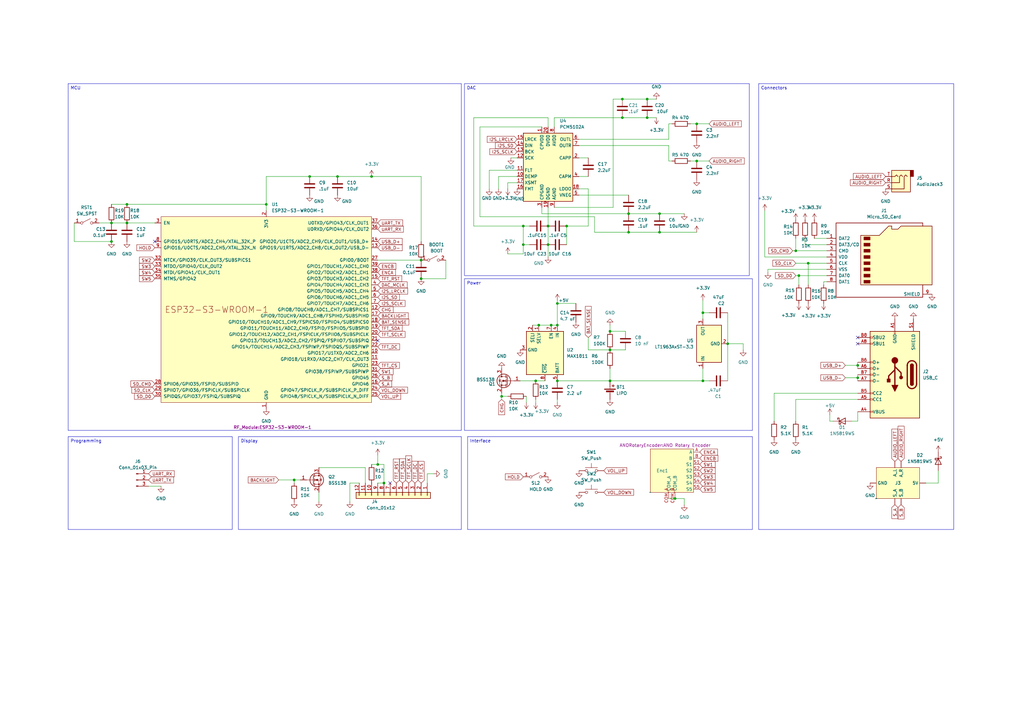
<source format=kicad_sch>
(kicad_sch (version 20231120) (generator "eeschema") (generator_version "8.0")
  (paper "A3")
  (junction (at 351.79 149.86))
  (junction (at 228.6 124.46))
  (junction (at 250.19 143.51))
  (junction (at 228.6 156.21))
  (junction (at 138.43 72.39))
  (junction (at 120.65 196.85))
  (junction (at 45.72 99.06))
  (junction (at 214.63 100.33))
  (junction (at 326.39 102.87))
  (junction (at 265.43 48.26))
  (junction (at 228.6 133.35))
  (junction (at 285.75 66.04))
  (junction (at 270.51 95.25))
  (junction (at 219.71 156.21))
  (junction (at 152.4 72.39))
  (junction (at 232.41 92.71))
  (junction (at 224.79 100.33))
  (junction (at 270.51 87.63))
  (junction (at 257.81 95.25))
  (junction (at 52.07 83.82))
  (junction (at 172.72 114.3))
  (junction (at 205.74 162.56))
  (junction (at 255.27 40.64))
  (junction (at 127 72.39))
  (junction (at 298.45 140.97))
  (junction (at 220.98 133.35))
  (junction (at 288.29 156.21))
  (junction (at 265.43 40.64))
  (junction (at 257.81 87.63))
  (junction (at 154.94 190.5))
  (junction (at 224.79 92.71))
  (junction (at 157.48 198.12))
  (junction (at 327.66 113.03))
  (junction (at 250.19 135.89))
  (junction (at 331.47 107.95))
  (junction (at 172.72 106.68))
  (junction (at 288.29 128.27))
  (junction (at 276.86 204.47))
  (junction (at 226.06 133.35))
  (junction (at 285.75 50.8))
  (junction (at 45.72 91.44))
  (junction (at 52.07 91.44))
  (junction (at 250.19 156.21))
  (junction (at 214.63 92.71))
  (junction (at 351.79 154.94))
  (junction (at 255.27 48.26))
  (junction (at 109.22 83.82))
  (no_connect (at 154.94 139.7))
  (no_connect (at 160.02 198.12))
  (no_connect (at 351.79 140.97))
  (no_connect (at 351.79 138.43))
  (no_connect (at 63.5 99.06))
  (wire (pts (xy 270.51 95.25) (xy 285.75 95.25)))
  (wire (pts (xy 212.09 74.93) (xy 208.28 74.93)))
  (wire (pts (xy 285.75 50.8) (xy 290.83 50.8)))
  (wire (pts (xy 222.25 87.63) (xy 257.81 87.63)))
  (wire (pts (xy 265.43 40.64) (xy 269.24 40.64)))
  (wire (pts (xy 138.43 72.39) (xy 152.4 72.39)))
  (wire (pts (xy 224.79 85.09) (xy 224.79 92.71)))
  (wire (pts (xy 317.5 161.29) (xy 351.79 161.29)))
  (wire (pts (xy 331.47 107.95) (xy 339.09 107.95)))
  (wire (pts (xy 60.96 199.39) (xy 66.04 199.39)))
  (wire (pts (xy 346.71 154.94) (xy 351.79 154.94)))
  (wire (pts (xy 30.48 99.06) (xy 45.72 99.06)))
  (wire (pts (xy 214.63 92.71) (xy 217.17 92.71)))
  (wire (pts (xy 143.51 205.74) (xy 143.51 198.12)))
  (wire (pts (xy 228.6 123.19) (xy 228.6 124.46)))
  (wire (pts (xy 298.45 140.97) (xy 298.45 128.27)))
  (wire (pts (xy 326.39 163.83) (xy 351.79 163.83)))
  (wire (pts (xy 326.39 102.87) (xy 339.09 102.87)))
  (wire (pts (xy 283.21 50.8) (xy 285.75 50.8)))
  (wire (pts (xy 283.21 66.04) (xy 285.75 66.04)))
  (wire (pts (xy 114.3 196.85) (xy 120.65 196.85)))
  (wire (pts (xy 154.94 190.5) (xy 157.48 190.5)))
  (wire (pts (xy 154.94 186.69) (xy 154.94 190.5)))
  (wire (pts (xy 339.09 105.41) (xy 313.69 105.41)))
  (wire (pts (xy 205.74 163.83) (xy 205.74 162.56)))
  (wire (pts (xy 351.79 168.91) (xy 351.79 172.72)))
  (wire (pts (xy 218.44 133.35) (xy 220.98 133.35)))
  (wire (pts (xy 288.29 128.27) (xy 288.29 130.81)))
  (wire (pts (xy 250.19 151.13) (xy 250.19 156.21)))
  (wire (pts (xy 149.86 191.77) (xy 149.86 198.12)))
  (wire (pts (xy 214.63 100.33) (xy 214.63 92.71)))
  (wire (pts (xy 219.71 156.21) (xy 213.36 156.21)))
  (wire (pts (xy 224.79 92.71) (xy 224.79 100.33)))
  (wire (pts (xy 154.94 190.5) (xy 152.4 190.5)))
  (wire (pts (xy 194.31 48.26) (xy 224.79 48.26)))
  (wire (pts (xy 228.6 124.46) (xy 236.22 124.46)))
  (wire (pts (xy 250.19 156.21) (xy 288.29 156.21)))
  (wire (pts (xy 208.28 74.93) (xy 208.28 77.47)))
  (wire (pts (xy 326.39 113.03) (xy 327.66 113.03)))
  (wire (pts (xy 243.84 95.25) (xy 257.81 95.25)))
  (wire (pts (xy 52.07 91.44) (xy 63.5 91.44)))
  (wire (pts (xy 351.79 172.72) (xy 349.25 172.72)))
  (wire (pts (xy 222.25 85.09) (xy 222.25 87.63)))
  (wire (pts (xy 214.63 100.33) (xy 214.63 104.14)))
  (wire (pts (xy 331.47 107.95) (xy 331.47 116.84)))
  (wire (pts (xy 120.65 198.12) (xy 120.65 196.85)))
  (wire (pts (xy 288.29 156.21) (xy 288.29 151.13)))
  (wire (pts (xy 314.96 110.49) (xy 314.96 111.76)))
  (wire (pts (xy 251.46 40.64) (xy 255.27 40.64)))
  (wire (pts (xy 228.6 124.46) (xy 228.6 133.35)))
  (wire (pts (xy 327.66 113.03) (xy 339.09 113.03)))
  (wire (pts (xy 204.47 77.47) (xy 204.47 72.39)))
  (wire (pts (xy 384.81 198.12) (xy 384.81 193.04)))
  (wire (pts (xy 274.32 204.47) (xy 276.86 204.47)))
  (wire (pts (xy 330.2 100.33) (xy 330.2 97.79)))
  (wire (pts (xy 154.94 106.68) (xy 172.72 106.68)))
  (wire (pts (xy 346.71 149.86) (xy 351.79 149.86)))
  (wire (pts (xy 288.29 123.19) (xy 288.29 128.27)))
  (wire (pts (xy 250.19 135.89) (xy 256.54 135.89)))
  (wire (pts (xy 215.9 162.56) (xy 215.9 165.1)))
  (wire (pts (xy 217.17 100.33) (xy 214.63 100.33)))
  (wire (pts (xy 237.49 64.77) (xy 241.3 64.77)))
  (wire (pts (xy 339.09 110.49) (xy 314.96 110.49)))
  (wire (pts (xy 339.09 115.57) (xy 337.82 115.57)))
  (wire (pts (xy 237.49 59.69) (xy 274.32 59.69)))
  (wire (pts (xy 237.49 80.01) (xy 257.81 80.01)))
  (wire (pts (xy 175.26 198.12) (xy 175.26 194.31)))
  (wire (pts (xy 325.12 102.87) (xy 326.39 102.87)))
  (wire (pts (xy 228.6 156.21) (xy 250.19 156.21)))
  (wire (pts (xy 326.39 97.79) (xy 326.39 102.87)))
  (wire (pts (xy 52.07 83.82) (xy 109.22 83.82)))
  (wire (pts (xy 227.33 48.26) (xy 255.27 48.26)))
  (wire (pts (xy 298.45 140.97) (xy 304.8 140.97)))
  (wire (pts (xy 143.51 198.12) (xy 147.32 198.12)))
  (wire (pts (xy 109.22 72.39) (xy 127 72.39)))
  (wire (pts (xy 340.36 172.72) (xy 341.63 172.72)))
  (wire (pts (xy 208.28 104.14) (xy 214.63 104.14)))
  (wire (pts (xy 280.67 204.47) (xy 280.67 207.01)))
  (wire (pts (xy 317.5 172.72) (xy 317.5 161.29)))
  (wire (pts (xy 274.32 57.15) (xy 274.32 50.8)))
  (wire (pts (xy 274.32 50.8) (xy 275.59 50.8)))
  (wire (pts (xy 337.82 115.57) (xy 337.82 116.84)))
  (wire (pts (xy 30.48 91.44) (xy 30.48 99.06)))
  (wire (pts (xy 257.81 87.63) (xy 270.51 87.63)))
  (wire (pts (xy 326.39 107.95) (xy 331.47 107.95)))
  (wire (pts (xy 172.72 72.39) (xy 152.4 72.39)))
  (wire (pts (xy 226.06 133.35) (xy 228.6 133.35)))
  (wire (pts (xy 379.73 198.12) (xy 384.81 198.12)))
  (wire (pts (xy 290.83 66.04) (xy 285.75 66.04)))
  (wire (pts (xy 326.39 172.72) (xy 326.39 163.83)))
  (wire (pts (xy 241.3 138.43) (xy 241.3 143.51)))
  (wire (pts (xy 194.31 92.71) (xy 194.31 48.26)))
  (wire (pts (xy 40.64 91.44) (xy 45.72 91.44)))
  (wire (pts (xy 219.71 163.83) (xy 219.71 165.1)))
  (wire (pts (xy 288.29 128.27) (xy 290.83 128.27)))
  (wire (pts (xy 250.19 143.51) (xy 256.54 143.51)))
  (wire (pts (xy 304.8 140.97) (xy 304.8 143.51)))
  (wire (pts (xy 351.79 148.59) (xy 351.79 149.86)))
  (wire (pts (xy 204.47 72.39) (xy 212.09 72.39)))
  (wire (pts (xy 255.27 40.64) (xy 265.43 40.64)))
  (wire (pts (xy 205.74 162.56) (xy 205.74 161.29)))
  (wire (pts (xy 200.66 69.85) (xy 212.09 69.85)))
  (wire (pts (xy 222.25 52.07) (xy 196.85 52.07)))
  (wire (pts (xy 250.19 133.35) (xy 250.19 135.89)))
  (wire (pts (xy 175.26 194.31) (xy 177.8 194.31)))
  (wire (pts (xy 241.3 92.71) (xy 232.41 92.71)))
  (wire (pts (xy 109.22 83.82) (xy 109.22 72.39)))
  (wire (pts (xy 237.49 77.47) (xy 241.3 77.47)))
  (wire (pts (xy 220.98 133.35) (xy 226.06 133.35)))
  (wire (pts (xy 157.48 198.12) (xy 157.48 190.5)))
  (wire (pts (xy 351.79 149.86) (xy 351.79 151.13)))
  (wire (pts (xy 209.55 64.77) (xy 212.09 64.77)))
  (wire (pts (xy 196.85 88.9) (xy 243.84 88.9)))
  (wire (pts (xy 196.85 52.07) (xy 196.85 88.9)))
  (wire (pts (xy 200.66 77.47) (xy 200.66 69.85)))
  (wire (pts (xy 351.79 154.94) (xy 351.79 156.21)))
  (wire (pts (xy 274.32 59.69) (xy 274.32 66.04)))
  (wire (pts (xy 237.49 72.39) (xy 241.3 72.39)))
  (wire (pts (xy 351.79 153.67) (xy 351.79 154.94)))
  (wire (pts (xy 340.36 172.72) (xy 340.36 170.18)))
  (wire (pts (xy 172.72 99.06) (xy 172.72 72.39)))
  (wire (pts (xy 154.94 198.12) (xy 157.48 198.12)))
  (wire (pts (xy 255.27 48.26) (xy 265.43 48.26)))
  (wire (pts (xy 130.81 201.93) (xy 130.81 205.74)))
  (wire (pts (xy 227.33 52.07) (xy 227.33 48.26)))
  (wire (pts (xy 241.3 77.47) (xy 241.3 92.71)))
  (wire (pts (xy 120.65 196.85) (xy 123.19 196.85)))
  (wire (pts (xy 172.72 114.3) (xy 182.88 114.3)))
  (wire (pts (xy 109.22 86.36) (xy 109.22 83.82)))
  (wire (pts (xy 232.41 92.71) (xy 232.41 100.33)))
  (wire (pts (xy 127 72.39) (xy 138.43 72.39)))
  (wire (pts (xy 270.51 87.63) (xy 280.67 87.63)))
  (wire (pts (xy 251.46 85.09) (xy 251.46 40.64)))
  (wire (pts (xy 298.45 140.97) (xy 298.45 156.21)))
  (wire (pts (xy 276.86 204.47) (xy 280.67 204.47)))
  (wire (pts (xy 130.81 191.77) (xy 149.86 191.77)))
  (wire (pts (xy 257.81 95.25) (xy 270.51 95.25)))
  (wire (pts (xy 313.69 105.41) (xy 313.69 86.36)))
  (wire (pts (xy 327.66 113.03) (xy 327.66 116.84)))
  (wire (pts (xy 237.49 57.15) (xy 274.32 57.15)))
  (wire (pts (xy 182.88 114.3) (xy 182.88 106.68)))
  (wire (pts (xy 274.32 66.04) (xy 275.59 66.04)))
  (wire (pts (xy 339.09 100.33) (xy 330.2 100.33)))
  (wire (pts (xy 227.33 85.09) (xy 251.46 85.09)))
  (wire (pts (xy 228.6 165.1) (xy 228.6 163.83)))
  (wire (pts (xy 223.52 156.21) (xy 219.71 156.21)))
  (wire (pts (xy 45.72 91.44) (xy 52.07 91.44)))
  (wire (pts (xy 288.29 156.21) (xy 290.83 156.21)))
  (wire (pts (xy 224.79 100.33) (xy 224.79 105.41)))
  (wire (pts (xy 194.31 92.71) (xy 214.63 92.71)))
  (wire (pts (xy 45.72 83.82) (xy 52.07 83.82)))
  (wire (pts (xy 224.79 48.26) (xy 224.79 52.07)))
  (wire (pts (xy 265.43 48.26) (xy 269.24 48.26)))
  (wire (pts (xy 243.84 88.9) (xy 243.84 95.25)))
  (wire (pts (xy 205.74 162.56) (xy 208.28 162.56)))
  (wire (pts (xy 241.3 143.51) (xy 250.19 143.51)))
  (wire (pts (xy 334.01 97.79) (xy 339.09 97.79)))
  (text_box "Interface" (at 191.77 179.07 0) (size 116.84 38.1) (effects (font (size 1.27 1.27)) (justify left top)))
  (text_box "Power" (at 190.5 114.3 0) (size 118.11 62.23) (effects (font (size 1.27 1.27)) (justify left top)))
  (text_box "Display" (at 97.79 179.07 0) (size 91.44 38.1) (effects (font (size 1.27 1.27)) (justify left top)))
  (text_box "DAC" (at 190.5 34.29 0) (size 116.84 78.74) (effects (font (size 1.27 1.27)) (justify left top)))
  (text_box "Connectors" (at 311.15 34.29 0) (size 80.01 182.88) (effects (font (size 1.27 1.27)) (justify left top)))
  (text_box "Programming" (at 27.94 179.07 0) (size 67.31 38.1) (effects (font (size 1.27 1.27)) (justify left top)))
  (text_box "MCU\n" (at 27.94 34.29 0) (size 161.29 142.24) (effects (font (size 1.27 1.27)) (justify left top)))
  (global_label "SW1" (shape input) (at 154.94 152.4 0) (property "Intersheetrefs" "${INTERSHEET_REFS}" (effects (hide yes))))
  (global_label "USB_D+" (shape input) (at 154.94 99.06 0) (property "Intersheetrefs" "${INTERSHEET_REFS}" (effects (hide yes))))
  (global_label "CHG" (shape input) (at 154.94 127 0) (property "Intersheetrefs" "${INTERSHEET_REFS}" (effects (hide yes))))
  (global_label "SD_D0" (shape input) (at 326.39 113.03 180) (property "Intersheetrefs" "${INTERSHEET_REFS}" (effects (hide yes))))
  (global_label "AUDIO_LEFT" (shape input) (at 363.22 72.39 180) (property "Intersheetrefs" "${INTERSHEET_REFS}" (effects (hide yes))))
  (global_label "I2S_SCLK" (shape input) (at 154.94 124.46 0) (property "Intersheetrefs" "${INTERSHEET_REFS}" (effects (hide yes))))
  (global_label "VOL_UP" (shape input) (at 154.94 162.56 0) (property "Intersheetrefs" "${INTERSHEET_REFS}" (effects (hide yes))))
  (global_label "HOLD" (shape input) (at 63.5 101.6 180) (property "Intersheetrefs" "${INTERSHEET_REFS}" (effects (hide yes))))
  (global_label "TFT_CS" (shape input) (at 172.72 198.12 90) (property "Intersheetrefs" "${INTERSHEET_REFS}" (effects (hide yes))))
  (global_label "USB_D-" (shape input) (at 154.94 101.6 0) (property "Intersheetrefs" "${INTERSHEET_REFS}" (effects (hide yes))))
  (global_label "SW1" (shape input) (at 287.02 190.5 0) (property "Intersheetrefs" "${INTERSHEET_REFS}" (effects (hide yes))))
  (global_label "TFT_SCLK" (shape input) (at 154.94 137.16 0) (property "Intersheetrefs" "${INTERSHEET_REFS}" (effects (hide yes))))
  (global_label "SW5" (shape input) (at 63.5 114.3 180) (property "Intersheetrefs" "${INTERSHEET_REFS}" (effects (hide yes))))
  (global_label "USB_D-" (shape input) (at 346.71 154.94 180) (property "Intersheetrefs" "${INTERSHEET_REFS}" (effects (hide yes))))
  (global_label "S_B" (shape input) (at 369.57 207.01 270) (property "Intersheetrefs" "${INTERSHEET_REFS}" (effects (hide yes))))
  (global_label "I2S_LRCLK" (shape input) (at 212.09 57.15 180) (property "Intersheetrefs" "${INTERSHEET_REFS}" (effects (hide yes))))
  (global_label "SD_CLK" (shape input) (at 326.39 107.95 180) (property "Intersheetrefs" "${INTERSHEET_REFS}" (effects (hide yes))))
  (global_label "I2S_SCLK" (shape input) (at 212.09 62.23 180) (property "Intersheetrefs" "${INTERSHEET_REFS}" (effects (hide yes))))
  (global_label "TFT_DC" (shape input) (at 154.94 142.24 0) (property "Intersheetrefs" "${INTERSHEET_REFS}" (effects (hide yes))))
  (global_label "AUDIO_LEFT" (shape input) (at 290.83 50.8 0) (property "Intersheetrefs" "${INTERSHEET_REFS}" (effects (hide yes))))
  (global_label "I2S_SD" (shape input) (at 154.94 121.92 0) (property "Intersheetrefs" "${INTERSHEET_REFS}" (effects (hide yes))))
  (global_label "ENCA" (shape input) (at 287.02 185.42 0) (property "Intersheetrefs" "${INTERSHEET_REFS}" (effects (hide yes))))
  (global_label "VOL_DOWN" (shape input) (at 247.65 201.93 0) (property "Intersheetrefs" "${INTERSHEET_REFS}" (effects (hide yes))))
  (global_label "SW2" (shape input) (at 63.5 106.68 180) (property "Intersheetrefs" "${INTERSHEET_REFS}" (effects (hide yes))))
  (global_label "SW3" (shape input) (at 63.5 109.22 180) (property "Intersheetrefs" "${INTERSHEET_REFS}" (effects (hide yes))))
  (global_label "VOL_DOWN" (shape input) (at 154.94 160.02 0) (property "Intersheetrefs" "${INTERSHEET_REFS}" (effects (hide yes))))
  (global_label "SW5" (shape input) (at 287.02 200.66 0) (property "Intersheetrefs" "${INTERSHEET_REFS}" (effects (hide yes))))
  (global_label "ENCB" (shape input) (at 154.94 109.22 0) (property "Intersheetrefs" "${INTERSHEET_REFS}" (effects (hide yes))))
  (global_label "HOLD" (shape input) (at 214.63 195.58 180) (property "Intersheetrefs" "${INTERSHEET_REFS}" (effects (hide yes))))
  (global_label "UART_TX" (shape input) (at 154.94 91.44 0) (property "Intersheetrefs" "${INTERSHEET_REFS}" (effects (hide yes))))
  (global_label "TFT_SCLK" (shape input) (at 167.64 198.12 90) (property "Intersheetrefs" "${INTERSHEET_REFS}" (effects (hide yes))))
  (global_label "TFT_CS" (shape input) (at 154.94 149.86 0) (property "Intersheetrefs" "${INTERSHEET_REFS}" (effects (hide yes))))
  (global_label "SW3" (shape input) (at 287.02 195.58 0) (property "Intersheetrefs" "${INTERSHEET_REFS}" (effects (hide yes))))
  (global_label "AUDIO_RIGHT" (shape input) (at 290.83 66.04 0) (property "Intersheetrefs" "${INTERSHEET_REFS}" (effects (hide yes))))
  (global_label "SW4" (shape input) (at 63.5 111.76 180) (property "Intersheetrefs" "${INTERSHEET_REFS}" (effects (hide yes))))
  (global_label "UART_RX" (shape input) (at 154.94 93.98 0) (property "Intersheetrefs" "${INTERSHEET_REFS}" (effects (hide yes))))
  (global_label "BACKLIGHT" (shape input) (at 154.94 129.54 0) (property "Intersheetrefs" "${INTERSHEET_REFS}" (effects (hide yes))))
  (global_label "VOL_UP" (shape input) (at 247.65 193.04 0) (property "Intersheetrefs" "${INTERSHEET_REFS}" (effects (hide yes))))
  (global_label "SW4" (shape input) (at 287.02 198.12 0) (property "Intersheetrefs" "${INTERSHEET_REFS}" (effects (hide yes))))
  (global_label "USB_D+" (shape input) (at 346.71 149.86 180) (property "Intersheetrefs" "${INTERSHEET_REFS}" (effects (hide yes))))
  (global_label "AUDIO_RIGHT" (shape input) (at 369.57 189.23 90) (property "Intersheetrefs" "${INTERSHEET_REFS}" (effects (hide yes))))
  (global_label "SD_CMD" (shape input) (at 63.5 157.48 180) (property "Intersheetrefs" "${INTERSHEET_REFS}" (effects (hide yes))))
  (global_label "I2S_LRCLK" (shape input) (at 154.94 119.38 0) (property "Intersheetrefs" "${INTERSHEET_REFS}" (effects (hide yes))))
  (global_label "TFT_SDA" (shape input) (at 165.1 198.12 90) (property "Intersheetrefs" "${INTERSHEET_REFS}" (effects (hide yes))))
  (global_label "TFT_RST" (shape input) (at 154.94 114.3 0) (property "Intersheetrefs" "${INTERSHEET_REFS}" (effects (hide yes))))
  (global_label "S_B" (shape input) (at 154.94 154.94 0) (property "Intersheetrefs" "${INTERSHEET_REFS}" (effects (hide yes))))
  (global_label "TFT_DC" (shape input) (at 170.18 198.12 90) (property "Intersheetrefs" "${INTERSHEET_REFS}" (effects (hide yes))))
  (global_label "ENCB" (shape input) (at 287.02 187.96 0) (property "Intersheetrefs" "${INTERSHEET_REFS}" (effects (hide yes))))
  (global_label "BAT_SENSE" (shape input) (at 241.3 138.43 90) (property "Intersheetrefs" "${INTERSHEET_REFS}" (effects (hide yes))))
  (global_label "UART_TX" (shape input) (at 60.96 196.85 0) (property "Intersheetrefs" "${INTERSHEET_REFS}" (effects (hide yes))))
  (global_label "TFT_RST" (shape input) (at 162.56 198.12 90) (property "Intersheetrefs" "${INTERSHEET_REFS}" (effects (hide yes))))
  (global_label "SW2" (shape input) (at 287.02 193.04 0) (property "Intersheetrefs" "${INTERSHEET_REFS}" (effects (hide yes))))
  (global_label "SD_D0" (shape input) (at 63.5 162.56 180) (property "Intersheetrefs" "${INTERSHEET_REFS}" (effects (hide yes))))
  (global_label "SD_CLK" (shape input) (at 63.5 160.02 180) (property "Intersheetrefs" "${INTERSHEET_REFS}" (effects (hide yes))))
  (global_label "I2S_SD" (shape input) (at 212.09 59.69 180) (property "Intersheetrefs" "${INTERSHEET_REFS}" (effects (hide yes))))
  (global_label "DAC_MCLK" (shape input) (at 154.94 116.84 0) (property "Intersheetrefs" "${INTERSHEET_REFS}" (effects (hide yes))))
  (global_label "SD_CMD" (shape input) (at 325.12 102.87 180) (property "Intersheetrefs" "${INTERSHEET_REFS}" (effects (hide yes))))
  (global_label "UART_RX" (shape input) (at 60.96 194.31 0) (property "Intersheetrefs" "${INTERSHEET_REFS}" (effects (hide yes))))
  (global_label "ENCA" (shape input) (at 154.94 111.76 0) (property "Intersheetrefs" "${INTERSHEET_REFS}" (effects (hide yes))))
  (global_label "S_A" (shape input) (at 367.03 207.01 270) (property "Intersheetrefs" "${INTERSHEET_REFS}" (effects (hide yes))))
  (global_label "BAT_SENSE" (shape input) (at 154.94 132.08 0) (property "Intersheetrefs" "${INTERSHEET_REFS}" (effects (hide yes))))
  (global_label "BACKLIGHT" (shape input) (at 114.3 196.85 180) (property "Intersheetrefs" "${INTERSHEET_REFS}" (effects (hide yes))))
  (global_label "AUDIO_LEFT" (shape input) (at 367.03 189.23 90) (property "Intersheetrefs" "${INTERSHEET_REFS}" (effects (hide yes))))
  (global_label "CHG" (shape input) (at 205.74 163.83 270) (property "Intersheetrefs" "${INTERSHEET_REFS}" (effects (hide yes))))
  (global_label "S_A" (shape input) (at 154.94 157.48 0) (property "Intersheetrefs" "${INTERSHEET_REFS}" (effects (hide yes))))
  (global_label "AUDIO_RIGHT" (shape input) (at 363.22 74.93 180) (property "Intersheetrefs" "${INTERSHEET_REFS}" (effects (hide yes))))
  (global_label "TFT_SDA" (shape input) (at 154.94 134.62 0) (property "Intersheetrefs" "${INTERSHEET_REFS}" (effects (hide yes))))
  (symbol (lib_id "Connector:Micro_SD_Card") (at 361.95 105.41 0) (unit 1)
    (property "Reference" "J1" (at 362.585 86.36 0))
    (property "Value" "Micro_SD_Card" (at 362.585 88.9 0))
    (property "Footprint" "Connector_Card:microSD_HC_Molex_104031-0811" (effects (hide yes)))
    (property "Datasheet" "http://katalog.we-online.de/em/datasheet/693072010801.pdf" (effects (hide yes)))
  )
  (symbol (lib_name "GND_3") (lib_id "power:GND") (at 304.8 143.51 0) (unit 1)
    (property "Reference" "#PWR07" (effects (hide yes)))
    (property "Value" "GND" (at 304.8 148.59 0))
    (property "Description" "Power symbol creates a global label with name \"GND\" , ground" (effects (hide yes)))
  )
  (symbol (lib_id "customlibrary:JPLConnector") (at 359.41 204.47 0) (unit 1)
    (property "Reference" "J3" (at 368.3 198.12 0))
    (property "Value" "~" (at 359.41 204.47 0))
  )
  (symbol (lib_id "customlibrary:ANO_Rotary_Encoder") (at 266.7 201.93 0) (unit 1)
    (property "Reference" "Enc1" (at 269.24 193.04 0) (effects (justify left)))
    (property "Value" "~" (at 266.7 201.93 0))
    (property "Footprint" "ANORotaryEncoder:ANO Rotary Encoder" (at 272.796 182.626 0))
  )
  (symbol (lib_name "GND_1") (lib_id "power:GND") (at 269.24 40.64 180) (unit 1)
    (property "Reference" "#PWR034" (effects (hide yes)))
    (property "Value" "GND" (at 269.24 35.56 0))
    (property "Description" "Power symbol creates a global label with name \"GND\" , ground" (effects (hide yes)))
  )
  (symbol (lib_id "power:GND") (at 326.39 180.34 0) (unit 1)
    (property "Reference" "#PWR02" (effects (hide yes)))
    (property "Value" "GND" (at 326.39 185.42 0))
  )
  (symbol (lib_id "Device:R") (at 337.82 120.65 0) (unit 1)
    (property "Reference" "R8" (at 339.344 119.38 0) (effects (justify left)))
    (property "Value" "10K" (at 339.344 121.92 0) (effects (justify left)))
    (property "Footprint" "Resistor_SMD:R_0603_1608Metric" (effects (hide yes)))
    (property "Description" "Resistor" (effects (hide yes)))
  )
  (symbol (lib_id "Device:C") (at 285.75 69.85 0) (unit 1)
    (property "Reference" "C4" (at 289.56 68.58 0) (effects (justify left)))
    (property "Value" "2.2nF" (at 289.56 71.12 0) (effects (justify left)))
    (property "Footprint" "Capacitor_SMD:C_0603_1608Metric" (effects (hide yes)))
  )
  (symbol (lib_id "Device:C") (at 255.27 44.45 0) (unit 1)
    (property "Reference" "C21" (at 257.81 43.18 0) (effects (justify left)))
    (property "Value" ".1uF" (at 257.81 45.72 0) (effects (justify left)))
    (property "Footprint" "Capacitor_SMD:C_0603_1608Metric" (effects (hide yes)))
  )
  (symbol (lib_id "power:GND") (at 367.03 130.81 180) (unit 1)
    (property "Reference" "#PWR023" (effects (hide yes)))
    (property "Value" "GND" (at 367.03 125.73 0))
  )
  (symbol (lib_id "power:GND") (at 45.72 99.06 0) (unit 1)
    (property "Reference" "#PWR046" (effects (hide yes)))
    (property "Value" "GND" (at 45.72 104.14 0))
  )
  (symbol (lib_id "power:GND") (at 143.51 205.74 0) (unit 1)
    (property "Reference" "#PWR028" (effects (hide yes)))
    (property "Value" "GND" (at 143.51 210.82 0))
  )
  (symbol (lib_id "power:GND") (at 177.8 194.31 90) (unit 1)
    (property "Reference" "#PWR026" (effects (hide yes)))
    (property "Value" "GND" (at 182.88 194.31 0))
  )
  (symbol (lib_name "+3.3V_1") (lib_id "power:+3.3V") (at 208.28 77.47 180) (unit 1)
    (property "Reference" "#PWR050" (effects (hide yes)))
    (property "Value" "+3.3V" (at 208.534 81.28 0))
    (property "Description" "Power symbol creates a global label with name \"+3.3V\"" (effects (hide yes)))
  )
  (symbol (lib_id "Device:R") (at 327.66 120.65 0) (unit 1)
    (property "Reference" "R15" (at 322.072 119.126 0) (effects (justify left)))
    (property "Value" "10K" (at 321.564 121.92 0) (effects (justify left)))
    (property "Footprint" "Resistor_SMD:R_0603_1608Metric" (effects (hide yes)))
  )
  (symbol (lib_id "power:GND") (at 209.55 64.77 0) (unit 1)
    (property "Reference" "#PWR035" (effects (hide yes)))
    (property "Value" "GND" (at 209.042 68.58 0))
  )
  (symbol (lib_id "power:+3.3V") (at 215.9 165.1 180) (unit 1)
    (property "Reference" "#PWR041" (effects (hide yes)))
    (property "Value" "+3.3V" (at 215.9 170.18 0))
  )
  (symbol (lib_id "power:GND") (at 224.79 105.41 0) (unit 1)
    (property "Reference" "#PWR030" (effects (hide yes)))
    (property "Value" "GND" (at 220.98 107.95 0))
  )
  (symbol (lib_id "Audio:PCM5102A") (at 224.79 67.31 0) (unit 1)
    (property "Reference" "U4" (at 229.5241 49.53 0) (effects (justify left)))
    (property "Value" "PCM5102A" (at 229.5241 52.07 0) (effects (justify left)))
    (property "Footprint" "Package_SO:TSSOP-20_4.4x6.5mm_P0.65mm" (effects (hide yes)))
    (property "Datasheet" "https://www.ti.com/lit/ds/symlink/pcm5102a.pdf" (effects (hide yes)))
  )
  (symbol (lib_id "Device:C") (at 256.54 139.7 0) (unit 1)
    (property "Reference" "C8" (at 260.35 138.43 0) (effects (justify left)))
    (property "Value" "10 nF" (at 260.35 140.97 0) (effects (justify left)))
    (property "Footprint" "Capacitor_SMD:C_0603_1608Metric" (effects (hide yes)))
  )
  (symbol (lib_id "Connector:Conn_01x03_Pin") (at 55.88 196.85 0) (unit 1)
    (property "Reference" "J6" (at 56.515 189.23 0))
    (property "Value" "Conn_01x03_Pin" (at 56.515 191.77 0))
    (property "Footprint" "Connector_PinHeader_2.54mm:PinHeader_1x03_P2.54mm_Vertical" (effects (hide yes)))
    (property "Description" "Generic connector, single row, 01x03, script generated" (effects (hide yes)))
  )
  (symbol (lib_id "Transistor_FET:BSS138") (at 208.28 156.21 0) (mirror y) (unit 1)
    (property "Reference" "Q1" (at 203.2 157.48 0) (effects (justify left)))
    (property "Value" "BSS138" (at 202.946 155.702 0) (effects (justify left)))
    (property "Footprint" "Package_TO_SOT_SMD:SOT-23" (effects (hide yes)))
    (property "Datasheet" "https://www.onsemi.com/pub/Collateral/BSS138-D.PDF" (effects (hide yes)))
  )
  (symbol (lib_id "Device:C") (at 138.43 76.2 0) (unit 1)
    (property "Reference" "C10" (at 142.24 74.9299 0) (effects (justify left)))
    (property "Value" "10uF" (at 142.24 77.4699 0) (effects (justify left)))
    (property "Footprint" "Capacitor_SMD:C_0603_1608Metric" (effects (hide yes)))
  )
  (symbol (lib_id "PCM_Espressif:ESP32-S3-WROOM-1") (at 109.22 127 0) (unit 1)
    (property "Reference" "U1" (at 111.4141 83.82 0) (effects (justify left)))
    (property "Value" "ESP32-S3-WROOM-1" (at 111.4141 86.36 0) (effects (justify left)))
    (property "Footprint" "RF_Module:ESP32-S3-WROOM-1" (at 111.76 175.26 0))
    (property "Datasheet" "https://www.espressif.com/sites/default/files/documentation/esp32-s3-wroom-1_wroom-1u_datasheet_en.pdf" (effects (hide yes)))
  )
  (symbol (lib_id "power:+5V") (at 228.6 123.19 0) (unit 1)
    (property "Reference" "#PWR013" (effects (hide yes)))
    (property "Value" "+5V" (at 231.14 123.19 0))
  )
  (symbol (lib_id "power:+3.3V") (at 152.4 72.39 0) (unit 1)
    (property "Reference" "#PWR021" (effects (hide yes)))
    (property "Value" "+3.3V" (at 152.4 67.31 0))
  )
  (symbol (lib_id "Device:Battery_Cell") (at 250.19 161.29 0) (unit 1)
    (property "Reference" "BT1" (at 252.73 158.75 0) (effects (justify left)))
    (property "Value" "LIPO" (at 252.73 161.29 0) (effects (justify left)))
  )
  (symbol (lib_id "Device:C") (at 257.81 83.82 0) (unit 1)
    (property "Reference" "C18" (at 261.62 82.55 0) (effects (justify left)))
    (property "Value" "2.2uF" (at 261.62 85.09 0) (effects (justify left)))
    (property "Footprint" "Capacitor_SMD:C_0603_1608Metric" (effects (hide yes)))
  )
  (symbol (lib_id "power:+3.3V") (at 330.2 90.17 0) (unit 1)
    (property "Reference" "#PWR06" (effects (hide yes)))
    (property "Value" "+3.3V" (at 330.2 85.09 0))
  )
  (symbol (lib_id "Device:R") (at 279.4 66.04 90) (unit 1)
    (property "Reference" "R5" (at 276.86 63.5 90))
    (property "Value" "470" (at 280.67 63.5 90))
    (property "Footprint" "Resistor_SMD:R_0603_1608Metric" (effects (hide yes)))
  )
  (symbol (lib_id "power:+3.3V") (at 288.29 123.19 0) (unit 1)
    (property "Reference" "#PWR08" (effects (hide yes)))
    (property "Value" "+3.3V" (at 288.29 118.11 0))
  )
  (symbol (lib_id "Device:C") (at 228.6 100.33 90) (unit 1)
    (property "Reference" "C16" (at 232.41 104.14 90))
    (property "Value" "10uF" (at 227.33 104.14 90))
    (property "Footprint" "Capacitor_SMD:C_0603_1608Metric" (effects (hide yes)))
  )
  (symbol (lib_id "power:GND") (at 66.04 199.39 0) (unit 1)
    (property "Reference" "#PWR049" (effects (hide yes)))
    (property "Value" "GND" (at 66.04 204.47 0))
  )
  (symbol (lib_id "power:GND") (at 363.22 77.47 0) (unit 1)
    (property "Reference" "#PWR025" (effects (hide yes)))
    (property "Value" "GND" (at 363.22 82.55 0))
  )
  (symbol (lib_id "power:+3.3V") (at 326.39 90.17 0) (unit 1)
    (property "Reference" "#PWR042" (effects (hide yes)))
    (property "Value" "+3.3V" (at 323.088 86.614 0))
  )
  (symbol (lib_id "Device:C") (at 294.64 128.27 90) (unit 1)
    (property "Reference" "C2" (at 297.18 124.46 90) (effects (justify left)))
    (property "Value" "47uF" (at 297.18 121.92 90) (effects (justify left)))
    (property "Footprint" "Capacitor_SMD:C_1210_3225Metric" (effects (hide yes)))
  )
  (symbol (lib_id "Device:C") (at 220.98 92.71 90) (unit 1)
    (property "Reference" "C15" (at 222.25 96.52 90))
    (property "Value" ".1uF" (at 218.44 96.52 90))
    (property "Footprint" "Capacitor_SMD:C_0603_1608Metric" (effects (hide yes)))
  )
  (symbol (lib_id "Connector:USB_C_Receptacle_USB2.0") (at 367.03 153.67 180) (unit 1)
    (property "Reference" "J2" (at 378.46 152.4 0) (effects (justify right)))
    (property "Value" "USB_C" (at 378.46 154.94 0) (effects (justify right)))
    (property "Footprint" "Connector_USB:USB_C_Receptacle_G-Switch_GT-USB-7010ASV" (effects (hide yes)))
    (property "Datasheet" "https://www.usb.org/sites/default/files/documents/usb_type-c.zip" (effects (hide yes)))
  )
  (symbol (lib_id "power:GND") (at 285.75 73.66 0) (unit 1)
    (property "Reference" "#PWR012" (effects (hide yes)))
    (property "Value" "GND" (at 285.75 78.74 0))
  )
  (symbol (lib_id "power:+5V") (at 340.36 170.18 0) (unit 1)
    (property "Reference" "#PWR03" (effects (hide yes)))
    (property "Value" "+5V" (at 340.36 166.37 0))
  )
  (symbol (lib_id "Diode:1N5819WS") (at 345.44 172.72 0) (unit 1)
    (property "Reference" "D1" (at 345.44 175.26 0))
    (property "Value" "1N5819WS" (at 345.44 177.8 0))
    (property "Footprint" "Diode_SMD:D_SOD-323" (effects (hide yes)))
    (property "Datasheet" "https://datasheet.lcsc.com/lcsc/2204281430_Guangdong-Hottech-1N5819WS_C191023.pdf" (effects (hide yes)))
  )
  (symbol (lib_id "power:GND") (at 205.74 151.13 180) (unit 1)
    (property "Reference" "#PWR036" (effects (hide yes)))
    (property "Value" "GND" (at 205.74 146.05 0))
  )
  (symbol (lib_id "power:+3.3V") (at 154.94 186.69 0) (unit 1)
    (property "Reference" "#PWR027" (effects (hide yes)))
    (property "Value" "+3.3V" (at 154.94 181.61 0))
  )
  (symbol (lib_id "Connector_Generic:Conn_01x12") (at 162.56 203.2 270) (unit 1)
    (property "Reference" "J4" (at 153.67 205.74 90))
    (property "Value" "Conn_01x12" (at 156.21 208.28 90))
    (property "Footprint" "Connector_FFC-FPC:TE_1-1734839-2_1x12-1MP_P0.5mm_Horizontal" (effects (hide yes)))
  )
  (symbol (lib_id "power:GND") (at 280.67 207.01 0) (unit 1)
    (property "Reference" "#PWR017" (effects (hide yes)))
    (property "Value" "GND" (at 280.67 212.09 0))
  )
  (symbol (lib_id "power:GND") (at 314.96 111.76 0) (unit 1)
    (property "Reference" "#PWR05" (effects (hide yes)))
    (property "Value" "GND" (at 314.96 116.84 0))
  )
  (symbol (lib_id "Device:R") (at 212.09 162.56 90) (unit 1)
    (property "Reference" "R10" (at 210.566 165.1 90))
    (property "Value" "10K" (at 210.566 167.64 90))
    (property "Footprint" "Resistor_SMD:R_0603_1608Metric" (effects (hide yes)))
  )
  (symbol (lib_id "power:+3.3V") (at 331.47 124.46 180) (unit 1)
    (property "Reference" "#PWR044" (effects (hide yes)))
    (property "Value" "+3.3V" (at 331.47 129.54 0))
  )
  (symbol (lib_id "Device:C") (at 228.6 92.71 90) (unit 1)
    (property "Reference" "C5" (at 231.14 96.52 90))
    (property "Value" ".1uF" (at 227.33 96.52 90))
    (property "Footprint" "Capacitor_SMD:C_0603_1608Metric" (effects (hide yes)))
  )
  (symbol (lib_id "Diode:1N5819WS") (at 384.81 189.23 270) (unit 1)
    (property "Reference" "D2" (at 375.92 186.69 90) (effects (justify left)))
    (property "Value" "1N5819WS" (at 372.11 189.23 90) (effects (justify left)))
    (property "Footprint" "Diode_SMD:D_SOD-323" (effects (hide yes)))
    (property "Datasheet" "https://datasheet.lcsc.com/lcsc/2204281430_Guangdong-Hottech-1N5819WS_C191023.pdf" (effects (hide yes)))
  )
  (symbol (lib_id "Connector_Audio:AudioJack3") (at 368.3 74.93 180) (unit 1)
    (property "Reference" "J5" (at 375.92 73.025 0) (effects (justify right)))
    (property "Value" "AudioJack3" (at 375.92 75.565 0) (effects (justify right)))
    (property "Footprint" "Connector_Audio:Jack_3.5mm_KoreanHropartsElec_PJ-320D-4A_Horizontal" (effects (hide yes)))
  )
  (symbol (lib_id "Device:C") (at 257.81 91.44 0) (unit 1)
    (property "Reference" "C19" (at 261.62 90.17 0) (effects (justify left)))
    (property "Value" ".1uF" (at 261.62 92.71 0) (effects (justify left)))
    (property "Footprint" "Capacitor_SMD:C_0603_1608Metric" (effects (hide yes)))
  )
  (symbol (lib_id "Device:C") (at 236.22 128.27 0) (unit 1)
    (property "Reference" "C14" (at 229.616 128.27 0) (effects (justify left)))
    (property "Value" "4.7 uF" (at 229.616 130.81 0) (effects (justify left)))
    (property "Footprint" "Capacitor_SMD:C_0603_1608Metric" (effects (hide yes)))
  )
  (symbol (lib_id "Device:R") (at 120.65 201.93 0) (unit 1)
    (property "Reference" "R11" (at 123.19 200.66 0) (effects (justify left)))
    (property "Value" "10K" (at 123.19 203.2 0) (effects (justify left)))
    (property "Footprint" "Resistor_SMD:R_0603_1608Metric" (effects (hide yes)))
  )
  (symbol (lib_id "Device:C") (at 270.51 91.44 180) (unit 1)
    (property "Reference" "C6" (at 275.59 90.17 0))
    (property "Value" "10uF" (at 276.86 92.71 0))
    (property "Footprint" "Capacitor_SMD:C_0603_1608Metric" (effects (hide yes)))
  )
  (symbol (lib_id "power:GND") (at 228.6 165.1 0) (unit 1)
    (property "Reference" "#PWR015" (effects (hide yes)))
    (property "Value" "GND" (at 228.6 170.18 0))
  )
  (symbol (lib_id "Device:C") (at 294.64 156.21 90) (unit 1)
    (property "Reference" "C1" (at 295.91 162.56 90) (effects (justify left)))
    (property "Value" ".47uF" (at 295.91 160.02 90) (effects (justify left)))
    (property "Footprint" "Capacitor_SMD:C_0603_1608Metric_Pad1.08x0.95mm_HandSolder" (effects (hide yes)))
  )
  (symbol (lib_id "Device:R") (at 52.07 87.63 0) (unit 1)
    (property "Reference" "R18" (at 53.34 86.36 0) (effects (justify left)))
    (property "Value" "10K" (at 53.34 88.9 0) (effects (justify left)))
    (property "Footprint" "Resistor_SMD:R_0603_1608Metric" (effects (hide yes)))
  )
  (symbol (lib_id "Device:C") (at 265.43 44.45 180) (unit 1)
    (property "Reference" "C20" (at 270.51 43.18 0))
    (property "Value" "10uF" (at 271.78 45.72 0))
    (property "Footprint" "Capacitor_SMD:C_0603_1608Metric" (effects (hide yes)))
  )
  (symbol (lib_id "Device:R") (at 326.39 176.53 0) (unit 1)
    (property "Reference" "R1" (at 328.93 175.26 0) (effects (justify left)))
    (property "Value" "5.1K" (at 328.93 177.8 0) (effects (justify left)))
    (property "Footprint" "Resistor_SMD:R_0603_1608Metric" (effects (hide yes)))
  )
  (symbol (lib_id "power:GND") (at 224.79 195.58 0) (unit 1)
    (property "Reference" "#PWR056" (effects (hide yes)))
    (property "Value" "GND" (at 224.79 200.66 0))
  )
  (symbol (lib_id "Switch:SW_Push") (at 242.57 193.04 0) (unit 1)
    (property "Reference" "SW1" (at 242.57 185.42 0))
    (property "Value" "SW_Push" (at 242.57 187.96 0))
    (property "Footprint" "Button_Switch_SMD:SW_Push_1P1T-MP_NO_Horizontal_Alps_SKRTLAE010" (effects (hide yes)))
  )
  (symbol (lib_id "power:GND") (at 120.65 205.74 0) (unit 1)
    (property "Reference" "#PWR040" (effects (hide yes)))
    (property "Value" "GND" (at 120.65 210.82 0))
  )
  (symbol (lib_name "+3.3V_3") (lib_id "power:+3.3V") (at 337.82 124.46 180) (unit 1)
    (property "Reference" "#PWR055" (effects (hide yes)))
    (property "Value" "+3.3V" (at 337.82 129.54 0))
    (property "Description" "Power symbol creates a global label with name \"+3.3V\"" (effects (hide yes)))
  )
  (symbol (lib_id "Device:C") (at 45.72 95.25 0) (unit 1)
    (property "Reference" "C13" (at 39.37 93.98 0) (effects (justify left)))
    (property "Value" "0.1uF" (at 38.1 96.52 0) (effects (justify left)))
    (property "Footprint" "Capacitor_SMD:C_0603_1608Metric" (effects (hide yes)))
  )
  (symbol (lib_id "power:+3.3V") (at 208.28 104.14 0) (unit 1)
    (property "Reference" "#PWR052" (effects (hide yes)))
    (property "Value" "+3.3V" (at 208.28 99.06 0))
  )
  (symbol (lib_id "power:GND") (at 317.5 180.34 0) (unit 1)
    (property "Reference" "#PWR01" (effects (hide yes)))
    (property "Value" "GND" (at 317.5 185.42 0))
  )
  (symbol (lib_id "Device:C") (at 220.98 100.33 90) (unit 1)
    (property "Reference" "C23" (at 222.25 104.14 90))
    (property "Value" "10uF" (at 217.17 104.14 90))
    (property "Footprint" "Capacitor_SMD:C_0603_1608Metric" (effects (hide yes)))
  )
  (symbol (lib_id "power:+3.3V") (at 327.66 124.46 180) (unit 1)
    (property "Reference" "#PWR043" (effects (hide yes)))
    (property "Value" "+3.3V" (at 323.342 129.286 0))
  )
  (symbol (lib_id "power:GND") (at 250.19 133.35 180) (unit 1)
    (property "Reference" "#PWR022" (effects (hide yes)))
    (property "Value" "GND" (at 250.19 128.27 0))
  )
  (symbol (lib_id "Device:R") (at 45.72 87.63 0) (unit 1)
    (property "Reference" "R19" (at 46.99 86.36 0) (effects (justify left)))
    (property "Value" "10K" (at 46.99 88.9 0) (effects (justify left)))
    (property "Footprint" "Resistor_SMD:R_0603_1608Metric" (effects (hide yes)))
  )
  (symbol (lib_id "power:GND") (at 285.75 58.42 0) (unit 1)
    (property "Reference" "#PWR029" (effects (hide yes)))
    (property "Value" "GND" (at 285.75 63.5 0))
  )
  (symbol (lib_name "GND_2") (lib_id "power:GND") (at 280.67 87.63 0) (unit 1)
    (property "Reference" "#PWR054" (effects (hide yes)))
    (property "Value" "GND" (at 280.67 92.71 0))
    (property "Description" "Power symbol creates a global label with name \"GND\" , ground" (effects (hide yes)))
  )
  (symbol (lib_id "power:GND") (at 374.65 130.81 180) (unit 1)
    (property "Reference" "#PWR024" (effects (hide yes)))
    (property "Value" "GND" (at 374.65 125.73 0))
  )
  (symbol (lib_id "Device:R") (at 317.5 176.53 0) (unit 1)
    (property "Reference" "R2" (at 320.04 175.26 0) (effects (justify left)))
    (property "Value" "5.1K" (at 320.04 177.8 0) (effects (justify left)))
    (property "Footprint" "Resistor_SMD:R_0603_1608Metric" (effects (hide yes)))
  )
  (symbol (lib_id "power:+3.3V") (at 269.24 48.26 180) (unit 1)
    (property "Reference" "#PWR053" (effects (hide yes)))
    (property "Value" "+3.3V" (at 269.24 53.34 0))
  )
  (symbol (lib_id "power:+3.3V") (at 219.71 165.1 180) (unit 1)
    (property "Reference" "#PWR058" (effects (hide yes)))
    (property "Value" "+3.3V" (at 222.25 168.656 0))
  )
  (symbol (lib_id "Device:R") (at 219.71 160.02 0) (unit 1)
    (property "Reference" "R13" (at 220.98 158.75 0) (effects (justify left)))
    (property "Value" "10K" (at 220.98 161.29 0) (effects (justify left)))
    (property "Footprint" "Resistor_SMD:R_0603_1608Metric" (effects (hide yes)))
  )
  (symbol (lib_id "power:GND") (at 172.72 114.3 0) (unit 1)
    (property "Reference" "#PWR045" (effects (hide yes)))
    (property "Value" "GND" (at 172.72 119.38 0))
  )
  (symbol (lib_id "power:GND") (at 138.43 80.01 0) (unit 1)
    (property "Reference" "#PWR038" (effects (hide yes)))
    (property "Value" "GND" (at 142.24 82.55 0))
  )
  (symbol (lib_name "+3.3V_2") (lib_id "power:+3.3V") (at 334.01 90.17 0) (unit 1)
    (property "Reference" "#PWR051" (effects (hide yes)))
    (property "Value" "+3.3V" (at 334.01 85.09 0))
    (property "Description" "Power symbol creates a global label with name \"+3.3V\"" (effects (hide yes)))
  )
  (symbol (lib_id "power:GND") (at 212.09 77.47 0) (unit 1)
    (property "Reference" "#PWR011" (effects (hide yes)))
    (property "Value" "GND" (at 213.106 81.534 0))
  )
  (symbol (lib_id "Device:R") (at 334.01 93.98 0) (unit 1)
    (property "Reference" "R9" (at 336.55 92.7099 0) (effects (justify left)))
    (property "Value" "10K" (at 336.55 95.2499 0) (effects (justify left)))
    (property "Footprint" "Resistor_SMD:R_0603_1608Metric" (effects (hide yes)))
    (property "Description" "Resistor" (effects (hide yes)))
  )
  (symbol (lib_id "power:GND") (at 130.81 205.74 0) (unit 1)
    (property "Reference" "#PWR039" (effects (hide yes)))
    (property "Value" "GND" (at 130.81 210.82 0))
  )
  (symbol (lib_id "Device:R") (at 250.19 147.32 180) (unit 1)
    (property "Reference" "R6" (at 242.57 146.05 0) (effects (justify right)))
    (property "Value" "100K" (at 242.57 148.59 0) (effects (justify right)))
    (property "Footprint" "Resistor_SMD:R_0603_1608Metric" (effects (hide yes)))
  )
  (symbol (lib_id "power:GND") (at 200.66 77.47 0) (unit 1)
    (property "Reference" "#PWR09" (effects (hide yes)))
    (property "Value" "GND" (at 199.644 81.28 0))
  )
  (symbol (lib_id "Device:R") (at 172.72 102.87 0) (unit 1)
    (property "Reference" "R17" (at 167.64 101.6 0) (effects (justify left)))
    (property "Value" "10K" (at 167.64 104.14 0) (effects (justify left)))
    (property "Footprint" "Resistor_SMD:R_0603_1608Metric" (effects (hide yes)))
  )
  (symbol (lib_id "Transistor_FET:BSS138") (at 128.27 196.85 0) (unit 1)
    (property "Reference" "Q2" (at 134.62 195.58 0) (effects (justify left)))
    (property "Value" "BSS138" (at 134.62 198.12 0) (effects (justify left)))
    (property "Footprint" "Package_TO_SOT_SMD:SOT-23" (effects (hide yes)))
    (property "Datasheet" "https://www.onsemi.com/pub/Collateral/BSS138-D.PDF" (effects (hide yes)))
  )
  (symbol (lib_id "Device:C") (at 241.3 68.58 0) (unit 1)
    (property "Reference" "C17" (at 245.11 67.31 0) (effects (justify left)))
    (property "Value" "2.2uF" (at 245.11 69.85 0) (effects (justify left)))
    (property "Footprint" "Capacitor_SMD:C_0603_1608Metric" (effects (hide yes)))
  )
  (symbol (lib_id "Device:C") (at 285.75 54.61 0) (unit 1)
    (property "Reference" "C3" (at 289.56 53.34 0) (effects (justify left)))
    (property "Value" "2.2nF" (at 289.56 55.88 0) (effects (justify left)))
    (property "Footprint" "Capacitor_SMD:C_0603_1608Metric" (effects (hide yes)))
  )
  (symbol (lib_id "Device:R") (at 250.19 139.7 180) (unit 1)
    (property "Reference" "R7" (at 243.332 138.43 0) (effects (justify right)))
    (property "Value" "100K" (at 243.332 140.97 0) (effects (justify right)))
    (property "Footprint" "Resistor_SMD:R_0603_1608Metric" (effects (hide yes)))
  )
  (symbol (lib_id "power:GND") (at 52.07 99.06 0) (unit 1)
    (property "Reference" "#PWR047" (effects (hide yes)))
    (property "Value" "GND" (at 52.07 104.14 0))
  )
  (symbol (lib_id "power:GND") (at 250.19 163.83 0) (unit 1)
    (property "Reference" "#PWR016" (effects (hide yes)))
    (property "Value" "GND" (at 250.19 168.91 0))
  )
  (symbol (lib_id "Device:R") (at 330.2 93.98 0) (unit 1)
    (property "Reference" "R3" (at 328.676 98.298 0) (effects (justify left)))
    (property "Value" "10K" (at 328.676 100.838 0) (effects (justify left)))
    (property "Footprint" "Resistor_SMD:R_0603_1608Metric" (effects (hide yes)))
  )
  (symbol (lib_id "power:+3.3V") (at 313.69 86.36 0) (unit 1)
    (property "Reference" "#PWR04" (effects (hide yes)))
    (property "Value" "+3.3V" (at 313.69 81.28 0))
  )
  (symbol (lib_id "Device:C") (at 127 76.2 0) (unit 1)
    (property "Reference" "C9" (at 130.81 74.93 0) (effects (justify left)))
    (property "Value" ".1uF" (at 130.81 77.47 0) (effects (justify left)))
    (property "Footprint" "Capacitor_SMD:C_0603_1608Metric" (effects (hide yes)))
  )
  (symbol (lib_id "Switch:SW_Push") (at 242.57 201.93 0) (unit 1)
    (property "Reference" "SW2" (at 242.57 194.31 0))
    (property "Value" "SW_Push" (at 242.57 196.85 0))
    (property "Footprint" "Button_Switch_SMD:SW_Push_1P1T-MP_NO_Horizontal_Alps_SKRTLAE010" (effects (hide yes)))
  )
  (symbol (lib_id "power:GND") (at 356.87 198.12 0) (unit 1)
    (property "Reference" "#PWR033" (effects (hide yes)))
    (property "Value" "GND" (at 356.87 203.2 0))
  )
  (symbol (lib_id "power:+3.3V") (at 285.75 95.25 0) (unit 1)
    (property "Reference" "#PWR057" (effects (hide yes)))
    (property "Value" "+3.3V" (at 285.75 90.17 0))
  )
  (symbol (lib_id "Device:R") (at 152.4 194.31 0) (unit 1)
    (property "Reference" "R12" (at 153.67 193.04 0) (effects (justify left)))
    (property "Value" "10" (at 153.67 195.58 0) (effects (justify left)))
    (property "Footprint" "Resistor_SMD:R_0603_1608Metric" (effects (hide yes)))
  )
  (symbol (lib_id "Device:C") (at 172.72 110.49 0) (unit 1)
    (property "Reference" "C11" (at 166.37 109.22 0) (effects (justify left)))
    (property "Value" "0.1uF" (at 165.1 111.76 0) (effects (justify left)))
    (property "Footprint" "Capacitor_SMD:C_0603_1608Metric" (effects (hide yes)))
  )
  (symbol (lib_id "power:GND") (at 382.27 120.65 0) (unit 1)
    (property "Reference" "#PWR031" (effects (hide yes)))
    (property "Value" "GND" (at 382.27 125.73 0))
  )
  (symbol (lib_id "power:GND") (at 127 80.01 0) (unit 1)
    (property "Reference" "#PWR037" (effects (hide yes)))
    (property "Value" "GND" (at 130.81 82.55 0))
  )
  (symbol (lib_id "Device:R") (at 279.4 50.8 90) (unit 1)
    (property "Reference" "R4" (at 276.86 48.26 90))
    (property "Value" "470" (at 280.67 48.26 90))
    (property "Footprint" "Resistor_SMD:R_0603_1608Metric" (effects (hide yes)))
  )
  (symbol (lib_id "power:GND") (at 237.49 193.04 0) (unit 1)
    (property "Reference" "#PWR018" (effects (hide yes)))
    (property "Value" "GND" (at 237.49 198.12 0))
  )
  (symbol (lib_id "power:GND") (at 204.47 77.47 0) (unit 1)
    (property "Reference" "#PWR010" (effects (hide yes)))
    (property "Value" "GND" (at 203.962 81.28 0))
  )
  (symbol (lib_id "Battery_Management:MAX1811") (at 223.52 143.51 270) (unit 1)
    (property "Reference" "U2" (at 232.41 143.51 90) (effects (justify left)))
    (property "Value" "MAX1811" (at 232.41 146.05 90) (effects (justify left)))
    (property "Footprint" "Package_SO:SOIC-8_3.9x4.9mm_P1.27mm" (effects (hide yes)))
    (property "Datasheet" "https://datasheets.maximintegrated.com/en/ds/MAX1811.pdf" (effects (hide yes)))
  )
  (symbol (lib_id "Device:C") (at 52.07 95.25 0) (unit 1)
    (property "Reference" "C12" (at 55.88 93.98 0) (effects (justify left)))
    (property "Value" "1uF" (at 55.88 96.52 0) (effects (justify left)))
    (property "Footprint" "Capacitor_SMD:C_0603_1608Metric" (effects (hide yes)))
  )
  (symbol (lib_id "Device:C") (at 228.6 160.02 0) (unit 1)
    (property "Reference" "C7" (at 232.41 158.75 0) (effects (justify left)))
    (property "Value" "2.2 uF" (at 232.41 161.29 0) (effects (justify left)))
    (property "Footprint" "Capacitor_SMD:C_0603_1608Metric" (effects (hide yes)))
  )
  (symbol (lib_id "Switch:SW_SPST") (at 35.56 91.44 0) (unit 1)
    (property "Reference" "RST1" (at 35.56 85.09 0))
    (property "Value" "SW_SPST" (at 35.56 87.63 0))
    (property "Footprint" "Button_Switch_SMD:SW_SPST_B3U-1000P" (effects (hide yes)))
  )
  (symbol (lib_id "Switch:SW_SPST") (at 219.71 195.58 0) (unit 1)
    (property "Reference" "SL2" (at 219.71 198.12 0))
    (property "Value" "HOLD" (at 219.71 200.66 0))
    (property "Footprint" "Button_Switch_SMD:SW_SPDT_PCM12" (effects (hide yes)))
  )
  (symbol (lib_id "Regulator_Linear:LT1963AxST-3.3") (at 290.83 140.97 90) (unit 1)
    (property "Reference" "U5" (at 284.48 139.6999 90) (effects (justify left)))
    (property "Value" "LT1963AxST-3.3" (at 284.48 142.2399 90) (effects (justify left)))
    (property "Footprint" "Package_TO_SOT_SMD:SOT-223-3_TabPin2" (effects (hide yes)))
    (property "Datasheet" "https://www.analog.com/media/en/technical-documentation/data-sheets/1963aff.pdf" (effects (hide yes)))
    (property "Description" "3.3V, 1.5A, Low Noise, Fast Transient Response LDO Regulator, SOT-223" (effects (hide yes)))
  )
  (symbol (lib_id "power:GND") (at 237.49 201.93 0) (unit 1)
    (property "Reference" "#PWR019" (effects (hide yes)))
    (property "Value" "GND" (at 237.49 207.01 0))
  )
  (symbol (lib_id "power:GND") (at 213.36 143.51 0) (unit 1)
    (property "Reference" "#PWR014" (effects (hide yes)))
    (property "Value" "GND" (at 213.36 148.59 0))
  )
  (symbol (lib_id "power:GND") (at 109.22 167.64 0) (unit 1)
    (property "Reference" "#PWR020" (effects (hide yes)))
    (property "Value" "GND" (at 109.22 172.72 0))
  )
  (symbol (lib_id "power:GND") (at 236.22 132.08 0) (unit 1)
    (property "Reference" "#PWR048" (effects (hide yes)))
    (property "Value" "GND" (at 236.22 137.16 0))
  )
  (symbol (lib_id "Device:R") (at 326.39 93.98 0) (unit 1)
    (property "Reference" "R14" (at 321.31 92.964 0) (effects (justify left)))
    (property "Value" "10K" (at 321.31 95.504 0) (effects (justify left)))
    (property "Footprint" "Resistor_SMD:R_0603_1608Metric" (effects (hide yes)))
  )
  (symbol (lib_id "Device:R") (at 331.47 120.65 0) (unit 1)
    (property "Reference" "R16" (at 332.74 119.38 0) (effects (justify left)))
    (property "Value" "10K" (at 332.74 121.92 0) (effects (justify left)))
    (property "Footprint" "Resistor_SMD:R_0603_1608Metric" (effects (hide yes)))
  )
  (symbol (lib_id "Switch:SW_SPST") (at 177.8 106.68 0) (unit 1)
    (property "Reference" "BOOT1" (at 179.07 100.33 0))
    (property "Value" "BOOT" (at 179.07 102.87 0))
    (property "Footprint" "Button_Switch_SMD:SW_SPST_B3U-1000P" (effects (hide yes)))
  )
  (symbol (lib_id "power:+5V") (at 384.81 185.42 0) (unit 1)
    (property "Reference" "#PWR032" (effects (hide yes)))
    (property "Value" "+5V" (at 384.81 180.34 0))
  )
)
</source>
